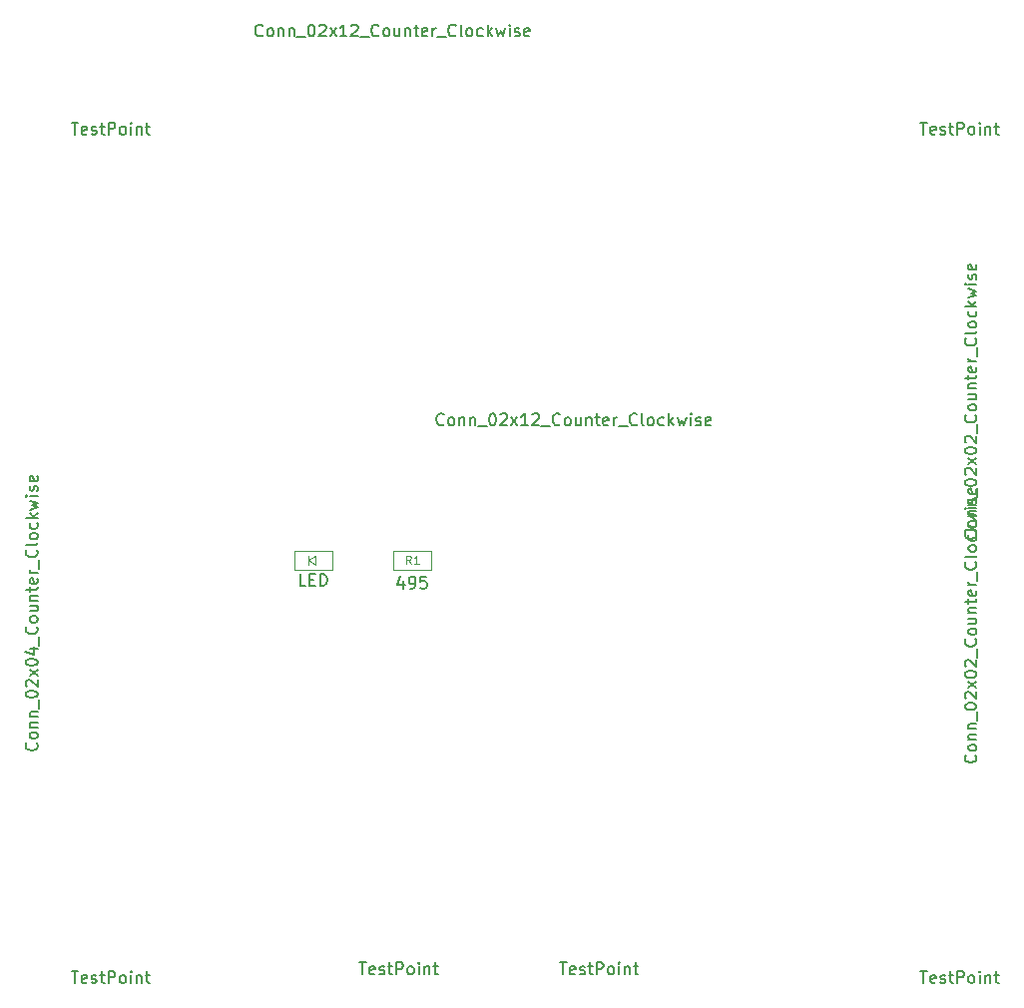
<source format=gbr>
G04 #@! TF.GenerationSoftware,KiCad,Pcbnew,(5.0.1)-3*
G04 #@! TF.CreationDate,2020-07-01T10:05:06+02:00*
G04 #@! TF.ProjectId,alim winterfell,616C696D2077696E74657266656C6C2E,rev?*
G04 #@! TF.SameCoordinates,PX632eb2cPY5b8d544*
G04 #@! TF.FileFunction,Other,Fab,Top*
%FSLAX46Y46*%
G04 Gerber Fmt 4.6, Leading zero omitted, Abs format (unit mm)*
G04 Created by KiCad (PCBNEW (5.0.1)-3) date 01/07/2020 10:05:06*
%MOMM*%
%LPD*%
G01*
G04 APERTURE LIST*
%ADD10C,0.100000*%
%ADD11C,0.150000*%
%ADD12C,0.105000*%
G04 APERTURE END LIST*
D10*
G04 #@! TO.C,D1*
X18605700Y31364020D02*
X18605700Y32964020D01*
X18605700Y32964020D02*
X21805700Y32964020D01*
X21805700Y32964020D02*
X21805700Y31364020D01*
X21805700Y31364020D02*
X18605700Y31364020D01*
X20405700Y32564020D02*
X20405700Y31764020D01*
X20405700Y31764020D02*
X19805700Y32164020D01*
X19805700Y32164020D02*
X20405700Y32564020D01*
X19755700Y32564020D02*
X19755700Y31764020D01*
G04 #@! TO.C,R1*
X26997860Y32981800D02*
X30197860Y32981800D01*
X30197860Y32981800D02*
X30197860Y31381800D01*
X30197860Y31381800D02*
X26997860Y31381800D01*
X26997860Y31381800D02*
X26997860Y32981800D01*
G04 #@! TD*
G04 #@! TO.C,D1*
D11*
X19562842Y30011640D02*
X19086652Y30011640D01*
X19086652Y31011640D01*
X19896176Y30535449D02*
X20229509Y30535449D01*
X20372366Y30011640D02*
X19896176Y30011640D01*
X19896176Y31011640D01*
X20372366Y31011640D01*
X20800938Y30011640D02*
X20800938Y31011640D01*
X21039033Y31011640D01*
X21181890Y30964020D01*
X21277128Y30868782D01*
X21324747Y30773544D01*
X21372366Y30583068D01*
X21372366Y30440211D01*
X21324747Y30249735D01*
X21277128Y30154497D01*
X21181890Y30059259D01*
X21039033Y30011640D01*
X20800938Y30011640D01*
G04 #@! TO.C,R1*
X27835955Y30446086D02*
X27835955Y29779420D01*
X27597860Y30827039D02*
X27359764Y30112753D01*
X27978812Y30112753D01*
X28407383Y29779420D02*
X28597860Y29779420D01*
X28693098Y29827039D01*
X28740717Y29874658D01*
X28835955Y30017515D01*
X28883574Y30207991D01*
X28883574Y30588943D01*
X28835955Y30684181D01*
X28788336Y30731800D01*
X28693098Y30779420D01*
X28502621Y30779420D01*
X28407383Y30731800D01*
X28359764Y30684181D01*
X28312145Y30588943D01*
X28312145Y30350848D01*
X28359764Y30255610D01*
X28407383Y30207991D01*
X28502621Y30160372D01*
X28693098Y30160372D01*
X28788336Y30207991D01*
X28835955Y30255610D01*
X28883574Y30350848D01*
X29788336Y30779420D02*
X29312145Y30779420D01*
X29264526Y30303229D01*
X29312145Y30350848D01*
X29407383Y30398467D01*
X29645479Y30398467D01*
X29740717Y30350848D01*
X29788336Y30303229D01*
X29835955Y30207991D01*
X29835955Y29969896D01*
X29788336Y29874658D01*
X29740717Y29827039D01*
X29645479Y29779420D01*
X29407383Y29779420D01*
X29312145Y29827039D01*
X29264526Y29874658D01*
D12*
X28481193Y31865134D02*
X28247860Y32198467D01*
X28081193Y31865134D02*
X28081193Y32565134D01*
X28347860Y32565134D01*
X28414526Y32531800D01*
X28447860Y32498467D01*
X28481193Y32431800D01*
X28481193Y32331800D01*
X28447860Y32265134D01*
X28414526Y32231800D01*
X28347860Y32198467D01*
X28081193Y32198467D01*
X29147860Y31865134D02*
X28747860Y31865134D01*
X28947860Y31865134D02*
X28947860Y32565134D01*
X28881193Y32465134D01*
X28814526Y32398467D01*
X28747860Y32365134D01*
G04 #@! TO.C,TP1*
D11*
X-318654Y-2699200D02*
X252775Y-2699200D01*
X-32940Y-3699200D02*
X-32940Y-2699200D01*
X967060Y-3651581D02*
X871822Y-3699200D01*
X681346Y-3699200D01*
X586108Y-3651581D01*
X538489Y-3556343D01*
X538489Y-3175391D01*
X586108Y-3080153D01*
X681346Y-3032534D01*
X871822Y-3032534D01*
X967060Y-3080153D01*
X1014680Y-3175391D01*
X1014680Y-3270629D01*
X538489Y-3365867D01*
X1395632Y-3651581D02*
X1490870Y-3699200D01*
X1681346Y-3699200D01*
X1776584Y-3651581D01*
X1824203Y-3556343D01*
X1824203Y-3508724D01*
X1776584Y-3413486D01*
X1681346Y-3365867D01*
X1538489Y-3365867D01*
X1443251Y-3318248D01*
X1395632Y-3223010D01*
X1395632Y-3175391D01*
X1443251Y-3080153D01*
X1538489Y-3032534D01*
X1681346Y-3032534D01*
X1776584Y-3080153D01*
X2109918Y-3032534D02*
X2490870Y-3032534D01*
X2252775Y-2699200D02*
X2252775Y-3556343D01*
X2300394Y-3651581D01*
X2395632Y-3699200D01*
X2490870Y-3699200D01*
X2824203Y-3699200D02*
X2824203Y-2699200D01*
X3205156Y-2699200D01*
X3300394Y-2746820D01*
X3348013Y-2794439D01*
X3395632Y-2889677D01*
X3395632Y-3032534D01*
X3348013Y-3127772D01*
X3300394Y-3175391D01*
X3205156Y-3223010D01*
X2824203Y-3223010D01*
X3967060Y-3699200D02*
X3871822Y-3651581D01*
X3824203Y-3603962D01*
X3776584Y-3508724D01*
X3776584Y-3223010D01*
X3824203Y-3127772D01*
X3871822Y-3080153D01*
X3967060Y-3032534D01*
X4109918Y-3032534D01*
X4205156Y-3080153D01*
X4252775Y-3127772D01*
X4300394Y-3223010D01*
X4300394Y-3508724D01*
X4252775Y-3603962D01*
X4205156Y-3651581D01*
X4109918Y-3699200D01*
X3967060Y-3699200D01*
X4728965Y-3699200D02*
X4728965Y-3032534D01*
X4728965Y-2699200D02*
X4681346Y-2746820D01*
X4728965Y-2794439D01*
X4776584Y-2746820D01*
X4728965Y-2699200D01*
X4728965Y-2794439D01*
X5205156Y-3032534D02*
X5205156Y-3699200D01*
X5205156Y-3127772D02*
X5252775Y-3080153D01*
X5348013Y-3032534D01*
X5490870Y-3032534D01*
X5586108Y-3080153D01*
X5633727Y-3175391D01*
X5633727Y-3699200D01*
X5967060Y-3032534D02*
X6348013Y-3032534D01*
X6109918Y-2699200D02*
X6109918Y-3556343D01*
X6157537Y-3651581D01*
X6252775Y-3699200D01*
X6348013Y-3699200D01*
G04 #@! TO.C,TP2*
X71681346Y-2699200D02*
X72252775Y-2699200D01*
X71967060Y-3699200D02*
X71967060Y-2699200D01*
X72967060Y-3651581D02*
X72871822Y-3699200D01*
X72681346Y-3699200D01*
X72586108Y-3651581D01*
X72538489Y-3556343D01*
X72538489Y-3175391D01*
X72586108Y-3080153D01*
X72681346Y-3032534D01*
X72871822Y-3032534D01*
X72967060Y-3080153D01*
X73014680Y-3175391D01*
X73014680Y-3270629D01*
X72538489Y-3365867D01*
X73395632Y-3651581D02*
X73490870Y-3699200D01*
X73681346Y-3699200D01*
X73776584Y-3651581D01*
X73824203Y-3556343D01*
X73824203Y-3508724D01*
X73776584Y-3413486D01*
X73681346Y-3365867D01*
X73538489Y-3365867D01*
X73443251Y-3318248D01*
X73395632Y-3223010D01*
X73395632Y-3175391D01*
X73443251Y-3080153D01*
X73538489Y-3032534D01*
X73681346Y-3032534D01*
X73776584Y-3080153D01*
X74109918Y-3032534D02*
X74490870Y-3032534D01*
X74252775Y-2699200D02*
X74252775Y-3556343D01*
X74300394Y-3651581D01*
X74395632Y-3699200D01*
X74490870Y-3699200D01*
X74824203Y-3699200D02*
X74824203Y-2699200D01*
X75205156Y-2699200D01*
X75300394Y-2746820D01*
X75348013Y-2794439D01*
X75395632Y-2889677D01*
X75395632Y-3032534D01*
X75348013Y-3127772D01*
X75300394Y-3175391D01*
X75205156Y-3223010D01*
X74824203Y-3223010D01*
X75967060Y-3699200D02*
X75871822Y-3651581D01*
X75824203Y-3603962D01*
X75776584Y-3508724D01*
X75776584Y-3223010D01*
X75824203Y-3127772D01*
X75871822Y-3080153D01*
X75967060Y-3032534D01*
X76109918Y-3032534D01*
X76205156Y-3080153D01*
X76252775Y-3127772D01*
X76300394Y-3223010D01*
X76300394Y-3508724D01*
X76252775Y-3603962D01*
X76205156Y-3651581D01*
X76109918Y-3699200D01*
X75967060Y-3699200D01*
X76728965Y-3699200D02*
X76728965Y-3032534D01*
X76728965Y-2699200D02*
X76681346Y-2746820D01*
X76728965Y-2794439D01*
X76776584Y-2746820D01*
X76728965Y-2699200D01*
X76728965Y-2794439D01*
X77205156Y-3032534D02*
X77205156Y-3699200D01*
X77205156Y-3127772D02*
X77252775Y-3080153D01*
X77348013Y-3032534D01*
X77490870Y-3032534D01*
X77586108Y-3080153D01*
X77633727Y-3175391D01*
X77633727Y-3699200D01*
X77967060Y-3032534D02*
X78348013Y-3032534D01*
X78109918Y-2699200D02*
X78109918Y-3556343D01*
X78157537Y-3651581D01*
X78252775Y-3699200D01*
X78348013Y-3699200D01*
G04 #@! TO.C,TP3*
X71681346Y69300800D02*
X72252775Y69300800D01*
X71967060Y68300800D02*
X71967060Y69300800D01*
X72967060Y68348419D02*
X72871822Y68300800D01*
X72681346Y68300800D01*
X72586108Y68348419D01*
X72538489Y68443657D01*
X72538489Y68824609D01*
X72586108Y68919847D01*
X72681346Y68967466D01*
X72871822Y68967466D01*
X72967060Y68919847D01*
X73014680Y68824609D01*
X73014680Y68729371D01*
X72538489Y68634133D01*
X73395632Y68348419D02*
X73490870Y68300800D01*
X73681346Y68300800D01*
X73776584Y68348419D01*
X73824203Y68443657D01*
X73824203Y68491276D01*
X73776584Y68586514D01*
X73681346Y68634133D01*
X73538489Y68634133D01*
X73443251Y68681752D01*
X73395632Y68776990D01*
X73395632Y68824609D01*
X73443251Y68919847D01*
X73538489Y68967466D01*
X73681346Y68967466D01*
X73776584Y68919847D01*
X74109918Y68967466D02*
X74490870Y68967466D01*
X74252775Y69300800D02*
X74252775Y68443657D01*
X74300394Y68348419D01*
X74395632Y68300800D01*
X74490870Y68300800D01*
X74824203Y68300800D02*
X74824203Y69300800D01*
X75205156Y69300800D01*
X75300394Y69253180D01*
X75348013Y69205561D01*
X75395632Y69110323D01*
X75395632Y68967466D01*
X75348013Y68872228D01*
X75300394Y68824609D01*
X75205156Y68776990D01*
X74824203Y68776990D01*
X75967060Y68300800D02*
X75871822Y68348419D01*
X75824203Y68396038D01*
X75776584Y68491276D01*
X75776584Y68776990D01*
X75824203Y68872228D01*
X75871822Y68919847D01*
X75967060Y68967466D01*
X76109918Y68967466D01*
X76205156Y68919847D01*
X76252775Y68872228D01*
X76300394Y68776990D01*
X76300394Y68491276D01*
X76252775Y68396038D01*
X76205156Y68348419D01*
X76109918Y68300800D01*
X75967060Y68300800D01*
X76728965Y68300800D02*
X76728965Y68967466D01*
X76728965Y69300800D02*
X76681346Y69253180D01*
X76728965Y69205561D01*
X76776584Y69253180D01*
X76728965Y69300800D01*
X76728965Y69205561D01*
X77205156Y68967466D02*
X77205156Y68300800D01*
X77205156Y68872228D02*
X77252775Y68919847D01*
X77348013Y68967466D01*
X77490870Y68967466D01*
X77586108Y68919847D01*
X77633727Y68824609D01*
X77633727Y68300800D01*
X77967060Y68967466D02*
X78348013Y68967466D01*
X78109918Y69300800D02*
X78109918Y68443657D01*
X78157537Y68348419D01*
X78252775Y68300800D01*
X78348013Y68300800D01*
G04 #@! TO.C,TP4*
X-318654Y69300800D02*
X252775Y69300800D01*
X-32940Y68300800D02*
X-32940Y69300800D01*
X967060Y68348419D02*
X871822Y68300800D01*
X681346Y68300800D01*
X586108Y68348419D01*
X538489Y68443657D01*
X538489Y68824609D01*
X586108Y68919847D01*
X681346Y68967466D01*
X871822Y68967466D01*
X967060Y68919847D01*
X1014680Y68824609D01*
X1014680Y68729371D01*
X538489Y68634133D01*
X1395632Y68348419D02*
X1490870Y68300800D01*
X1681346Y68300800D01*
X1776584Y68348419D01*
X1824203Y68443657D01*
X1824203Y68491276D01*
X1776584Y68586514D01*
X1681346Y68634133D01*
X1538489Y68634133D01*
X1443251Y68681752D01*
X1395632Y68776990D01*
X1395632Y68824609D01*
X1443251Y68919847D01*
X1538489Y68967466D01*
X1681346Y68967466D01*
X1776584Y68919847D01*
X2109918Y68967466D02*
X2490870Y68967466D01*
X2252775Y69300800D02*
X2252775Y68443657D01*
X2300394Y68348419D01*
X2395632Y68300800D01*
X2490870Y68300800D01*
X2824203Y68300800D02*
X2824203Y69300800D01*
X3205156Y69300800D01*
X3300394Y69253180D01*
X3348013Y69205561D01*
X3395632Y69110323D01*
X3395632Y68967466D01*
X3348013Y68872228D01*
X3300394Y68824609D01*
X3205156Y68776990D01*
X2824203Y68776990D01*
X3967060Y68300800D02*
X3871822Y68348419D01*
X3824203Y68396038D01*
X3776584Y68491276D01*
X3776584Y68776990D01*
X3824203Y68872228D01*
X3871822Y68919847D01*
X3967060Y68967466D01*
X4109918Y68967466D01*
X4205156Y68919847D01*
X4252775Y68872228D01*
X4300394Y68776990D01*
X4300394Y68491276D01*
X4252775Y68396038D01*
X4205156Y68348419D01*
X4109918Y68300800D01*
X3967060Y68300800D01*
X4728965Y68300800D02*
X4728965Y68967466D01*
X4728965Y69300800D02*
X4681346Y69253180D01*
X4728965Y69205561D01*
X4776584Y69253180D01*
X4728965Y69300800D01*
X4728965Y69205561D01*
X5205156Y68967466D02*
X5205156Y68300800D01*
X5205156Y68872228D02*
X5252775Y68919847D01*
X5348013Y68967466D01*
X5490870Y68967466D01*
X5586108Y68919847D01*
X5633727Y68824609D01*
X5633727Y68300800D01*
X5967060Y68967466D02*
X6348013Y68967466D01*
X6109918Y69300800D02*
X6109918Y68443657D01*
X6157537Y68348419D01*
X6252775Y68300800D01*
X6348013Y68300800D01*
G04 #@! TO.C,TP5*
X24102866Y-1949880D02*
X24674295Y-1949880D01*
X24388580Y-2949880D02*
X24388580Y-1949880D01*
X25388580Y-2902261D02*
X25293342Y-2949880D01*
X25102866Y-2949880D01*
X25007628Y-2902261D01*
X24960009Y-2807023D01*
X24960009Y-2426071D01*
X25007628Y-2330833D01*
X25102866Y-2283214D01*
X25293342Y-2283214D01*
X25388580Y-2330833D01*
X25436200Y-2426071D01*
X25436200Y-2521309D01*
X24960009Y-2616547D01*
X25817152Y-2902261D02*
X25912390Y-2949880D01*
X26102866Y-2949880D01*
X26198104Y-2902261D01*
X26245723Y-2807023D01*
X26245723Y-2759404D01*
X26198104Y-2664166D01*
X26102866Y-2616547D01*
X25960009Y-2616547D01*
X25864771Y-2568928D01*
X25817152Y-2473690D01*
X25817152Y-2426071D01*
X25864771Y-2330833D01*
X25960009Y-2283214D01*
X26102866Y-2283214D01*
X26198104Y-2330833D01*
X26531438Y-2283214D02*
X26912390Y-2283214D01*
X26674295Y-1949880D02*
X26674295Y-2807023D01*
X26721914Y-2902261D01*
X26817152Y-2949880D01*
X26912390Y-2949880D01*
X27245723Y-2949880D02*
X27245723Y-1949880D01*
X27626676Y-1949880D01*
X27721914Y-1997500D01*
X27769533Y-2045119D01*
X27817152Y-2140357D01*
X27817152Y-2283214D01*
X27769533Y-2378452D01*
X27721914Y-2426071D01*
X27626676Y-2473690D01*
X27245723Y-2473690D01*
X28388580Y-2949880D02*
X28293342Y-2902261D01*
X28245723Y-2854642D01*
X28198104Y-2759404D01*
X28198104Y-2473690D01*
X28245723Y-2378452D01*
X28293342Y-2330833D01*
X28388580Y-2283214D01*
X28531438Y-2283214D01*
X28626676Y-2330833D01*
X28674295Y-2378452D01*
X28721914Y-2473690D01*
X28721914Y-2759404D01*
X28674295Y-2854642D01*
X28626676Y-2902261D01*
X28531438Y-2949880D01*
X28388580Y-2949880D01*
X29150485Y-2949880D02*
X29150485Y-2283214D01*
X29150485Y-1949880D02*
X29102866Y-1997500D01*
X29150485Y-2045119D01*
X29198104Y-1997500D01*
X29150485Y-1949880D01*
X29150485Y-2045119D01*
X29626676Y-2283214D02*
X29626676Y-2949880D01*
X29626676Y-2378452D02*
X29674295Y-2330833D01*
X29769533Y-2283214D01*
X29912390Y-2283214D01*
X30007628Y-2330833D01*
X30055247Y-2426071D01*
X30055247Y-2949880D01*
X30388580Y-2283214D02*
X30769533Y-2283214D01*
X30531438Y-1949880D02*
X30531438Y-2807023D01*
X30579057Y-2902261D01*
X30674295Y-2949880D01*
X30769533Y-2949880D01*
G04 #@! TO.C,TP6*
X41102866Y-1949880D02*
X41674295Y-1949880D01*
X41388580Y-2949880D02*
X41388580Y-1949880D01*
X42388580Y-2902261D02*
X42293342Y-2949880D01*
X42102866Y-2949880D01*
X42007628Y-2902261D01*
X41960009Y-2807023D01*
X41960009Y-2426071D01*
X42007628Y-2330833D01*
X42102866Y-2283214D01*
X42293342Y-2283214D01*
X42388580Y-2330833D01*
X42436200Y-2426071D01*
X42436200Y-2521309D01*
X41960009Y-2616547D01*
X42817152Y-2902261D02*
X42912390Y-2949880D01*
X43102866Y-2949880D01*
X43198104Y-2902261D01*
X43245723Y-2807023D01*
X43245723Y-2759404D01*
X43198104Y-2664166D01*
X43102866Y-2616547D01*
X42960009Y-2616547D01*
X42864771Y-2568928D01*
X42817152Y-2473690D01*
X42817152Y-2426071D01*
X42864771Y-2330833D01*
X42960009Y-2283214D01*
X43102866Y-2283214D01*
X43198104Y-2330833D01*
X43531438Y-2283214D02*
X43912390Y-2283214D01*
X43674295Y-1949880D02*
X43674295Y-2807023D01*
X43721914Y-2902261D01*
X43817152Y-2949880D01*
X43912390Y-2949880D01*
X44245723Y-2949880D02*
X44245723Y-1949880D01*
X44626676Y-1949880D01*
X44721914Y-1997500D01*
X44769533Y-2045119D01*
X44817152Y-2140357D01*
X44817152Y-2283214D01*
X44769533Y-2378452D01*
X44721914Y-2426071D01*
X44626676Y-2473690D01*
X44245723Y-2473690D01*
X45388580Y-2949880D02*
X45293342Y-2902261D01*
X45245723Y-2854642D01*
X45198104Y-2759404D01*
X45198104Y-2473690D01*
X45245723Y-2378452D01*
X45293342Y-2330833D01*
X45388580Y-2283214D01*
X45531438Y-2283214D01*
X45626676Y-2330833D01*
X45674295Y-2378452D01*
X45721914Y-2473690D01*
X45721914Y-2759404D01*
X45674295Y-2854642D01*
X45626676Y-2902261D01*
X45531438Y-2949880D01*
X45388580Y-2949880D01*
X46150485Y-2949880D02*
X46150485Y-2283214D01*
X46150485Y-1949880D02*
X46102866Y-1997500D01*
X46150485Y-2045119D01*
X46198104Y-1997500D01*
X46150485Y-1949880D01*
X46150485Y-2045119D01*
X46626676Y-2283214D02*
X46626676Y-2949880D01*
X46626676Y-2378452D02*
X46674295Y-2330833D01*
X46769533Y-2283214D01*
X46912390Y-2283214D01*
X47007628Y-2330833D01*
X47055247Y-2426071D01*
X47055247Y-2949880D01*
X47388580Y-2283214D02*
X47769533Y-2283214D01*
X47531438Y-1949880D02*
X47531438Y-2807023D01*
X47579057Y-2902261D01*
X47674295Y-2949880D01*
X47769533Y-2949880D01*
G04 #@! TO.C,J4*
X31269170Y43717598D02*
X31221551Y43669979D01*
X31078694Y43622360D01*
X30983456Y43622360D01*
X30840599Y43669979D01*
X30745360Y43765217D01*
X30697741Y43860455D01*
X30650122Y44050931D01*
X30650122Y44193788D01*
X30697741Y44384264D01*
X30745360Y44479502D01*
X30840599Y44574740D01*
X30983456Y44622360D01*
X31078694Y44622360D01*
X31221551Y44574740D01*
X31269170Y44527121D01*
X31840599Y43622360D02*
X31745360Y43669979D01*
X31697741Y43717598D01*
X31650122Y43812836D01*
X31650122Y44098550D01*
X31697741Y44193788D01*
X31745360Y44241407D01*
X31840599Y44289026D01*
X31983456Y44289026D01*
X32078694Y44241407D01*
X32126313Y44193788D01*
X32173932Y44098550D01*
X32173932Y43812836D01*
X32126313Y43717598D01*
X32078694Y43669979D01*
X31983456Y43622360D01*
X31840599Y43622360D01*
X32602503Y44289026D02*
X32602503Y43622360D01*
X32602503Y44193788D02*
X32650122Y44241407D01*
X32745360Y44289026D01*
X32888218Y44289026D01*
X32983456Y44241407D01*
X33031075Y44146169D01*
X33031075Y43622360D01*
X33507265Y44289026D02*
X33507265Y43622360D01*
X33507265Y44193788D02*
X33554884Y44241407D01*
X33650122Y44289026D01*
X33792980Y44289026D01*
X33888218Y44241407D01*
X33935837Y44146169D01*
X33935837Y43622360D01*
X34173932Y43527121D02*
X34935837Y43527121D01*
X35364408Y44622360D02*
X35459646Y44622360D01*
X35554884Y44574740D01*
X35602503Y44527121D01*
X35650122Y44431883D01*
X35697741Y44241407D01*
X35697741Y44003312D01*
X35650122Y43812836D01*
X35602503Y43717598D01*
X35554884Y43669979D01*
X35459646Y43622360D01*
X35364408Y43622360D01*
X35269170Y43669979D01*
X35221551Y43717598D01*
X35173932Y43812836D01*
X35126313Y44003312D01*
X35126313Y44241407D01*
X35173932Y44431883D01*
X35221551Y44527121D01*
X35269170Y44574740D01*
X35364408Y44622360D01*
X36078694Y44527121D02*
X36126313Y44574740D01*
X36221551Y44622360D01*
X36459646Y44622360D01*
X36554884Y44574740D01*
X36602503Y44527121D01*
X36650122Y44431883D01*
X36650122Y44336645D01*
X36602503Y44193788D01*
X36031075Y43622360D01*
X36650122Y43622360D01*
X36983456Y43622360D02*
X37507265Y44289026D01*
X36983456Y44289026D02*
X37507265Y43622360D01*
X38412027Y43622360D02*
X37840599Y43622360D01*
X38126313Y43622360D02*
X38126313Y44622360D01*
X38031075Y44479502D01*
X37935837Y44384264D01*
X37840599Y44336645D01*
X38792980Y44527121D02*
X38840599Y44574740D01*
X38935837Y44622360D01*
X39173932Y44622360D01*
X39269170Y44574740D01*
X39316789Y44527121D01*
X39364408Y44431883D01*
X39364408Y44336645D01*
X39316789Y44193788D01*
X38745360Y43622360D01*
X39364408Y43622360D01*
X39554884Y43527121D02*
X40316789Y43527121D01*
X41126313Y43717598D02*
X41078694Y43669979D01*
X40935837Y43622360D01*
X40840599Y43622360D01*
X40697741Y43669979D01*
X40602503Y43765217D01*
X40554884Y43860455D01*
X40507265Y44050931D01*
X40507265Y44193788D01*
X40554884Y44384264D01*
X40602503Y44479502D01*
X40697741Y44574740D01*
X40840599Y44622360D01*
X40935837Y44622360D01*
X41078694Y44574740D01*
X41126313Y44527121D01*
X41697741Y43622360D02*
X41602503Y43669979D01*
X41554884Y43717598D01*
X41507265Y43812836D01*
X41507265Y44098550D01*
X41554884Y44193788D01*
X41602503Y44241407D01*
X41697741Y44289026D01*
X41840599Y44289026D01*
X41935837Y44241407D01*
X41983456Y44193788D01*
X42031075Y44098550D01*
X42031075Y43812836D01*
X41983456Y43717598D01*
X41935837Y43669979D01*
X41840599Y43622360D01*
X41697741Y43622360D01*
X42888218Y44289026D02*
X42888218Y43622360D01*
X42459646Y44289026D02*
X42459646Y43765217D01*
X42507265Y43669979D01*
X42602503Y43622360D01*
X42745360Y43622360D01*
X42840599Y43669979D01*
X42888218Y43717598D01*
X43364408Y44289026D02*
X43364408Y43622360D01*
X43364408Y44193788D02*
X43412027Y44241407D01*
X43507265Y44289026D01*
X43650122Y44289026D01*
X43745360Y44241407D01*
X43792980Y44146169D01*
X43792980Y43622360D01*
X44126313Y44289026D02*
X44507265Y44289026D01*
X44269170Y44622360D02*
X44269170Y43765217D01*
X44316789Y43669979D01*
X44412027Y43622360D01*
X44507265Y43622360D01*
X45221551Y43669979D02*
X45126313Y43622360D01*
X44935837Y43622360D01*
X44840599Y43669979D01*
X44792980Y43765217D01*
X44792980Y44146169D01*
X44840599Y44241407D01*
X44935837Y44289026D01*
X45126313Y44289026D01*
X45221551Y44241407D01*
X45269170Y44146169D01*
X45269170Y44050931D01*
X44792980Y43955693D01*
X45697741Y43622360D02*
X45697741Y44289026D01*
X45697741Y44098550D02*
X45745360Y44193788D01*
X45792980Y44241407D01*
X45888218Y44289026D01*
X45983456Y44289026D01*
X46078694Y43527121D02*
X46840599Y43527121D01*
X47650122Y43717598D02*
X47602503Y43669979D01*
X47459646Y43622360D01*
X47364408Y43622360D01*
X47221551Y43669979D01*
X47126313Y43765217D01*
X47078694Y43860455D01*
X47031075Y44050931D01*
X47031075Y44193788D01*
X47078694Y44384264D01*
X47126313Y44479502D01*
X47221551Y44574740D01*
X47364408Y44622360D01*
X47459646Y44622360D01*
X47602503Y44574740D01*
X47650122Y44527121D01*
X48221551Y43622360D02*
X48126313Y43669979D01*
X48078694Y43765217D01*
X48078694Y44622360D01*
X48745360Y43622360D02*
X48650122Y43669979D01*
X48602503Y43717598D01*
X48554884Y43812836D01*
X48554884Y44098550D01*
X48602503Y44193788D01*
X48650122Y44241407D01*
X48745360Y44289026D01*
X48888218Y44289026D01*
X48983456Y44241407D01*
X49031075Y44193788D01*
X49078694Y44098550D01*
X49078694Y43812836D01*
X49031075Y43717598D01*
X48983456Y43669979D01*
X48888218Y43622360D01*
X48745360Y43622360D01*
X49935837Y43669979D02*
X49840599Y43622360D01*
X49650122Y43622360D01*
X49554884Y43669979D01*
X49507265Y43717598D01*
X49459646Y43812836D01*
X49459646Y44098550D01*
X49507265Y44193788D01*
X49554884Y44241407D01*
X49650122Y44289026D01*
X49840599Y44289026D01*
X49935837Y44241407D01*
X50364408Y43622360D02*
X50364408Y44622360D01*
X50459646Y44003312D02*
X50745360Y43622360D01*
X50745360Y44289026D02*
X50364408Y43908074D01*
X51078694Y44289026D02*
X51269170Y43622360D01*
X51459646Y44098550D01*
X51650122Y43622360D01*
X51840599Y44289026D01*
X52221551Y43622360D02*
X52221551Y44289026D01*
X52221551Y44622360D02*
X52173932Y44574740D01*
X52221551Y44527121D01*
X52269170Y44574740D01*
X52221551Y44622360D01*
X52221551Y44527121D01*
X52650122Y43669979D02*
X52745360Y43622360D01*
X52935837Y43622360D01*
X53031075Y43669979D01*
X53078694Y43765217D01*
X53078694Y43812836D01*
X53031075Y43908074D01*
X52935837Y43955693D01*
X52792980Y43955693D01*
X52697741Y44003312D01*
X52650122Y44098550D01*
X52650122Y44146169D01*
X52697741Y44241407D01*
X52792980Y44289026D01*
X52935837Y44289026D01*
X53031075Y44241407D01*
X53888218Y43669979D02*
X53792980Y43622360D01*
X53602503Y43622360D01*
X53507265Y43669979D01*
X53459646Y43765217D01*
X53459646Y44146169D01*
X53507265Y44241407D01*
X53602503Y44289026D01*
X53792980Y44289026D01*
X53888218Y44241407D01*
X53935837Y44146169D01*
X53935837Y44050931D01*
X53459646Y43955693D01*
G04 #@! TO.C,J5*
X15898610Y76721658D02*
X15850991Y76674039D01*
X15708134Y76626420D01*
X15612896Y76626420D01*
X15470039Y76674039D01*
X15374800Y76769277D01*
X15327181Y76864515D01*
X15279562Y77054991D01*
X15279562Y77197848D01*
X15327181Y77388324D01*
X15374800Y77483562D01*
X15470039Y77578800D01*
X15612896Y77626420D01*
X15708134Y77626420D01*
X15850991Y77578800D01*
X15898610Y77531181D01*
X16470039Y76626420D02*
X16374800Y76674039D01*
X16327181Y76721658D01*
X16279562Y76816896D01*
X16279562Y77102610D01*
X16327181Y77197848D01*
X16374800Y77245467D01*
X16470039Y77293086D01*
X16612896Y77293086D01*
X16708134Y77245467D01*
X16755753Y77197848D01*
X16803372Y77102610D01*
X16803372Y76816896D01*
X16755753Y76721658D01*
X16708134Y76674039D01*
X16612896Y76626420D01*
X16470039Y76626420D01*
X17231943Y77293086D02*
X17231943Y76626420D01*
X17231943Y77197848D02*
X17279562Y77245467D01*
X17374800Y77293086D01*
X17517658Y77293086D01*
X17612896Y77245467D01*
X17660515Y77150229D01*
X17660515Y76626420D01*
X18136705Y77293086D02*
X18136705Y76626420D01*
X18136705Y77197848D02*
X18184324Y77245467D01*
X18279562Y77293086D01*
X18422420Y77293086D01*
X18517658Y77245467D01*
X18565277Y77150229D01*
X18565277Y76626420D01*
X18803372Y76531181D02*
X19565277Y76531181D01*
X19993848Y77626420D02*
X20089086Y77626420D01*
X20184324Y77578800D01*
X20231943Y77531181D01*
X20279562Y77435943D01*
X20327181Y77245467D01*
X20327181Y77007372D01*
X20279562Y76816896D01*
X20231943Y76721658D01*
X20184324Y76674039D01*
X20089086Y76626420D01*
X19993848Y76626420D01*
X19898610Y76674039D01*
X19850991Y76721658D01*
X19803372Y76816896D01*
X19755753Y77007372D01*
X19755753Y77245467D01*
X19803372Y77435943D01*
X19850991Y77531181D01*
X19898610Y77578800D01*
X19993848Y77626420D01*
X20708134Y77531181D02*
X20755753Y77578800D01*
X20850991Y77626420D01*
X21089086Y77626420D01*
X21184324Y77578800D01*
X21231943Y77531181D01*
X21279562Y77435943D01*
X21279562Y77340705D01*
X21231943Y77197848D01*
X20660515Y76626420D01*
X21279562Y76626420D01*
X21612896Y76626420D02*
X22136705Y77293086D01*
X21612896Y77293086D02*
X22136705Y76626420D01*
X23041467Y76626420D02*
X22470039Y76626420D01*
X22755753Y76626420D02*
X22755753Y77626420D01*
X22660515Y77483562D01*
X22565277Y77388324D01*
X22470039Y77340705D01*
X23422420Y77531181D02*
X23470039Y77578800D01*
X23565277Y77626420D01*
X23803372Y77626420D01*
X23898610Y77578800D01*
X23946229Y77531181D01*
X23993848Y77435943D01*
X23993848Y77340705D01*
X23946229Y77197848D01*
X23374800Y76626420D01*
X23993848Y76626420D01*
X24184324Y76531181D02*
X24946229Y76531181D01*
X25755753Y76721658D02*
X25708134Y76674039D01*
X25565277Y76626420D01*
X25470039Y76626420D01*
X25327181Y76674039D01*
X25231943Y76769277D01*
X25184324Y76864515D01*
X25136705Y77054991D01*
X25136705Y77197848D01*
X25184324Y77388324D01*
X25231943Y77483562D01*
X25327181Y77578800D01*
X25470039Y77626420D01*
X25565277Y77626420D01*
X25708134Y77578800D01*
X25755753Y77531181D01*
X26327181Y76626420D02*
X26231943Y76674039D01*
X26184324Y76721658D01*
X26136705Y76816896D01*
X26136705Y77102610D01*
X26184324Y77197848D01*
X26231943Y77245467D01*
X26327181Y77293086D01*
X26470039Y77293086D01*
X26565277Y77245467D01*
X26612896Y77197848D01*
X26660515Y77102610D01*
X26660515Y76816896D01*
X26612896Y76721658D01*
X26565277Y76674039D01*
X26470039Y76626420D01*
X26327181Y76626420D01*
X27517658Y77293086D02*
X27517658Y76626420D01*
X27089086Y77293086D02*
X27089086Y76769277D01*
X27136705Y76674039D01*
X27231943Y76626420D01*
X27374800Y76626420D01*
X27470039Y76674039D01*
X27517658Y76721658D01*
X27993848Y77293086D02*
X27993848Y76626420D01*
X27993848Y77197848D02*
X28041467Y77245467D01*
X28136705Y77293086D01*
X28279562Y77293086D01*
X28374800Y77245467D01*
X28422420Y77150229D01*
X28422420Y76626420D01*
X28755753Y77293086D02*
X29136705Y77293086D01*
X28898610Y77626420D02*
X28898610Y76769277D01*
X28946229Y76674039D01*
X29041467Y76626420D01*
X29136705Y76626420D01*
X29850991Y76674039D02*
X29755753Y76626420D01*
X29565277Y76626420D01*
X29470039Y76674039D01*
X29422420Y76769277D01*
X29422420Y77150229D01*
X29470039Y77245467D01*
X29565277Y77293086D01*
X29755753Y77293086D01*
X29850991Y77245467D01*
X29898610Y77150229D01*
X29898610Y77054991D01*
X29422420Y76959753D01*
X30327181Y76626420D02*
X30327181Y77293086D01*
X30327181Y77102610D02*
X30374800Y77197848D01*
X30422420Y77245467D01*
X30517658Y77293086D01*
X30612896Y77293086D01*
X30708134Y76531181D02*
X31470039Y76531181D01*
X32279562Y76721658D02*
X32231943Y76674039D01*
X32089086Y76626420D01*
X31993848Y76626420D01*
X31850991Y76674039D01*
X31755753Y76769277D01*
X31708134Y76864515D01*
X31660515Y77054991D01*
X31660515Y77197848D01*
X31708134Y77388324D01*
X31755753Y77483562D01*
X31850991Y77578800D01*
X31993848Y77626420D01*
X32089086Y77626420D01*
X32231943Y77578800D01*
X32279562Y77531181D01*
X32850991Y76626420D02*
X32755753Y76674039D01*
X32708134Y76769277D01*
X32708134Y77626420D01*
X33374800Y76626420D02*
X33279562Y76674039D01*
X33231943Y76721658D01*
X33184324Y76816896D01*
X33184324Y77102610D01*
X33231943Y77197848D01*
X33279562Y77245467D01*
X33374800Y77293086D01*
X33517658Y77293086D01*
X33612896Y77245467D01*
X33660515Y77197848D01*
X33708134Y77102610D01*
X33708134Y76816896D01*
X33660515Y76721658D01*
X33612896Y76674039D01*
X33517658Y76626420D01*
X33374800Y76626420D01*
X34565277Y76674039D02*
X34470039Y76626420D01*
X34279562Y76626420D01*
X34184324Y76674039D01*
X34136705Y76721658D01*
X34089086Y76816896D01*
X34089086Y77102610D01*
X34136705Y77197848D01*
X34184324Y77245467D01*
X34279562Y77293086D01*
X34470039Y77293086D01*
X34565277Y77245467D01*
X34993848Y76626420D02*
X34993848Y77626420D01*
X35089086Y77007372D02*
X35374800Y76626420D01*
X35374800Y77293086D02*
X34993848Y76912134D01*
X35708134Y77293086D02*
X35898610Y76626420D01*
X36089086Y77102610D01*
X36279562Y76626420D01*
X36470039Y77293086D01*
X36850991Y76626420D02*
X36850991Y77293086D01*
X36850991Y77626420D02*
X36803372Y77578800D01*
X36850991Y77531181D01*
X36898610Y77578800D01*
X36850991Y77626420D01*
X36850991Y77531181D01*
X37279562Y76674039D02*
X37374800Y76626420D01*
X37565277Y76626420D01*
X37660515Y76674039D01*
X37708134Y76769277D01*
X37708134Y76816896D01*
X37660515Y76912134D01*
X37565277Y76959753D01*
X37422420Y76959753D01*
X37327181Y77007372D01*
X37279562Y77102610D01*
X37279562Y77150229D01*
X37327181Y77245467D01*
X37422420Y77293086D01*
X37565277Y77293086D01*
X37660515Y77245467D01*
X38517658Y76674039D02*
X38422420Y76626420D01*
X38231943Y76626420D01*
X38136705Y76674039D01*
X38089086Y76769277D01*
X38089086Y77150229D01*
X38136705Y77245467D01*
X38231943Y77293086D01*
X38422420Y77293086D01*
X38517658Y77245467D01*
X38565277Y77150229D01*
X38565277Y77054991D01*
X38089086Y76959753D01*
G04 #@! TO.C,J1*
X76364822Y15631331D02*
X76412441Y15583712D01*
X76460060Y15440855D01*
X76460060Y15345617D01*
X76412441Y15202760D01*
X76317203Y15107521D01*
X76221965Y15059902D01*
X76031489Y15012283D01*
X75888632Y15012283D01*
X75698156Y15059902D01*
X75602918Y15107521D01*
X75507680Y15202760D01*
X75460060Y15345617D01*
X75460060Y15440855D01*
X75507680Y15583712D01*
X75555299Y15631331D01*
X76460060Y16202760D02*
X76412441Y16107521D01*
X76364822Y16059902D01*
X76269584Y16012283D01*
X75983870Y16012283D01*
X75888632Y16059902D01*
X75841013Y16107521D01*
X75793394Y16202760D01*
X75793394Y16345617D01*
X75841013Y16440855D01*
X75888632Y16488474D01*
X75983870Y16536093D01*
X76269584Y16536093D01*
X76364822Y16488474D01*
X76412441Y16440855D01*
X76460060Y16345617D01*
X76460060Y16202760D01*
X75793394Y16964664D02*
X76460060Y16964664D01*
X75888632Y16964664D02*
X75841013Y17012283D01*
X75793394Y17107521D01*
X75793394Y17250379D01*
X75841013Y17345617D01*
X75936251Y17393236D01*
X76460060Y17393236D01*
X75793394Y17869426D02*
X76460060Y17869426D01*
X75888632Y17869426D02*
X75841013Y17917045D01*
X75793394Y18012283D01*
X75793394Y18155140D01*
X75841013Y18250379D01*
X75936251Y18297998D01*
X76460060Y18297998D01*
X76555299Y18536093D02*
X76555299Y19297998D01*
X75460060Y19726569D02*
X75460060Y19821807D01*
X75507680Y19917045D01*
X75555299Y19964664D01*
X75650537Y20012283D01*
X75841013Y20059902D01*
X76079108Y20059902D01*
X76269584Y20012283D01*
X76364822Y19964664D01*
X76412441Y19917045D01*
X76460060Y19821807D01*
X76460060Y19726569D01*
X76412441Y19631331D01*
X76364822Y19583712D01*
X76269584Y19536093D01*
X76079108Y19488474D01*
X75841013Y19488474D01*
X75650537Y19536093D01*
X75555299Y19583712D01*
X75507680Y19631331D01*
X75460060Y19726569D01*
X75555299Y20440855D02*
X75507680Y20488474D01*
X75460060Y20583712D01*
X75460060Y20821807D01*
X75507680Y20917045D01*
X75555299Y20964664D01*
X75650537Y21012283D01*
X75745775Y21012283D01*
X75888632Y20964664D01*
X76460060Y20393236D01*
X76460060Y21012283D01*
X76460060Y21345617D02*
X75793394Y21869426D01*
X75793394Y21345617D02*
X76460060Y21869426D01*
X75460060Y22440855D02*
X75460060Y22536093D01*
X75507680Y22631331D01*
X75555299Y22678950D01*
X75650537Y22726569D01*
X75841013Y22774188D01*
X76079108Y22774188D01*
X76269584Y22726569D01*
X76364822Y22678950D01*
X76412441Y22631331D01*
X76460060Y22536093D01*
X76460060Y22440855D01*
X76412441Y22345617D01*
X76364822Y22297998D01*
X76269584Y22250379D01*
X76079108Y22202760D01*
X75841013Y22202760D01*
X75650537Y22250379D01*
X75555299Y22297998D01*
X75507680Y22345617D01*
X75460060Y22440855D01*
X75555299Y23155140D02*
X75507680Y23202760D01*
X75460060Y23297998D01*
X75460060Y23536093D01*
X75507680Y23631331D01*
X75555299Y23678950D01*
X75650537Y23726569D01*
X75745775Y23726569D01*
X75888632Y23678950D01*
X76460060Y23107521D01*
X76460060Y23726569D01*
X76555299Y23917045D02*
X76555299Y24678950D01*
X76364822Y25488474D02*
X76412441Y25440855D01*
X76460060Y25297998D01*
X76460060Y25202760D01*
X76412441Y25059902D01*
X76317203Y24964664D01*
X76221965Y24917045D01*
X76031489Y24869426D01*
X75888632Y24869426D01*
X75698156Y24917045D01*
X75602918Y24964664D01*
X75507680Y25059902D01*
X75460060Y25202760D01*
X75460060Y25297998D01*
X75507680Y25440855D01*
X75555299Y25488474D01*
X76460060Y26059902D02*
X76412441Y25964664D01*
X76364822Y25917045D01*
X76269584Y25869426D01*
X75983870Y25869426D01*
X75888632Y25917045D01*
X75841013Y25964664D01*
X75793394Y26059902D01*
X75793394Y26202760D01*
X75841013Y26297998D01*
X75888632Y26345617D01*
X75983870Y26393236D01*
X76269584Y26393236D01*
X76364822Y26345617D01*
X76412441Y26297998D01*
X76460060Y26202760D01*
X76460060Y26059902D01*
X75793394Y27250379D02*
X76460060Y27250379D01*
X75793394Y26821807D02*
X76317203Y26821807D01*
X76412441Y26869426D01*
X76460060Y26964664D01*
X76460060Y27107521D01*
X76412441Y27202760D01*
X76364822Y27250379D01*
X75793394Y27726569D02*
X76460060Y27726569D01*
X75888632Y27726569D02*
X75841013Y27774188D01*
X75793394Y27869426D01*
X75793394Y28012283D01*
X75841013Y28107521D01*
X75936251Y28155140D01*
X76460060Y28155140D01*
X75793394Y28488474D02*
X75793394Y28869426D01*
X75460060Y28631331D02*
X76317203Y28631331D01*
X76412441Y28678950D01*
X76460060Y28774188D01*
X76460060Y28869426D01*
X76412441Y29583712D02*
X76460060Y29488474D01*
X76460060Y29297998D01*
X76412441Y29202760D01*
X76317203Y29155140D01*
X75936251Y29155140D01*
X75841013Y29202760D01*
X75793394Y29297998D01*
X75793394Y29488474D01*
X75841013Y29583712D01*
X75936251Y29631331D01*
X76031489Y29631331D01*
X76126727Y29155140D01*
X76460060Y30059902D02*
X75793394Y30059902D01*
X75983870Y30059902D02*
X75888632Y30107521D01*
X75841013Y30155140D01*
X75793394Y30250379D01*
X75793394Y30345617D01*
X76555299Y30440855D02*
X76555299Y31202760D01*
X76364822Y32012283D02*
X76412441Y31964664D01*
X76460060Y31821807D01*
X76460060Y31726569D01*
X76412441Y31583712D01*
X76317203Y31488474D01*
X76221965Y31440855D01*
X76031489Y31393236D01*
X75888632Y31393236D01*
X75698156Y31440855D01*
X75602918Y31488474D01*
X75507680Y31583712D01*
X75460060Y31726569D01*
X75460060Y31821807D01*
X75507680Y31964664D01*
X75555299Y32012283D01*
X76460060Y32583712D02*
X76412441Y32488474D01*
X76317203Y32440855D01*
X75460060Y32440855D01*
X76460060Y33107521D02*
X76412441Y33012283D01*
X76364822Y32964664D01*
X76269584Y32917045D01*
X75983870Y32917045D01*
X75888632Y32964664D01*
X75841013Y33012283D01*
X75793394Y33107521D01*
X75793394Y33250379D01*
X75841013Y33345617D01*
X75888632Y33393236D01*
X75983870Y33440855D01*
X76269584Y33440855D01*
X76364822Y33393236D01*
X76412441Y33345617D01*
X76460060Y33250379D01*
X76460060Y33107521D01*
X76412441Y34297998D02*
X76460060Y34202760D01*
X76460060Y34012283D01*
X76412441Y33917045D01*
X76364822Y33869426D01*
X76269584Y33821807D01*
X75983870Y33821807D01*
X75888632Y33869426D01*
X75841013Y33917045D01*
X75793394Y34012283D01*
X75793394Y34202760D01*
X75841013Y34297998D01*
X76460060Y34726569D02*
X75460060Y34726569D01*
X76079108Y34821807D02*
X76460060Y35107521D01*
X75793394Y35107521D02*
X76174346Y34726569D01*
X75793394Y35440855D02*
X76460060Y35631331D01*
X75983870Y35821807D01*
X76460060Y36012283D01*
X75793394Y36202760D01*
X76460060Y36583712D02*
X75793394Y36583712D01*
X75460060Y36583712D02*
X75507680Y36536093D01*
X75555299Y36583712D01*
X75507680Y36631331D01*
X75460060Y36583712D01*
X75555299Y36583712D01*
X76412441Y37012283D02*
X76460060Y37107521D01*
X76460060Y37297998D01*
X76412441Y37393236D01*
X76317203Y37440855D01*
X76269584Y37440855D01*
X76174346Y37393236D01*
X76126727Y37297998D01*
X76126727Y37155140D01*
X76079108Y37059902D01*
X75983870Y37012283D01*
X75936251Y37012283D01*
X75841013Y37059902D01*
X75793394Y37155140D01*
X75793394Y37297998D01*
X75841013Y37393236D01*
X76412441Y38250379D02*
X76460060Y38155140D01*
X76460060Y37964664D01*
X76412441Y37869426D01*
X76317203Y37821807D01*
X75936251Y37821807D01*
X75841013Y37869426D01*
X75793394Y37964664D01*
X75793394Y38155140D01*
X75841013Y38250379D01*
X75936251Y38297998D01*
X76031489Y38297998D01*
X76126727Y37821807D01*
G04 #@! TO.C,J2*
X76364822Y34631331D02*
X76412441Y34583712D01*
X76460060Y34440855D01*
X76460060Y34345617D01*
X76412441Y34202760D01*
X76317203Y34107521D01*
X76221965Y34059902D01*
X76031489Y34012283D01*
X75888632Y34012283D01*
X75698156Y34059902D01*
X75602918Y34107521D01*
X75507680Y34202760D01*
X75460060Y34345617D01*
X75460060Y34440855D01*
X75507680Y34583712D01*
X75555299Y34631331D01*
X76460060Y35202760D02*
X76412441Y35107521D01*
X76364822Y35059902D01*
X76269584Y35012283D01*
X75983870Y35012283D01*
X75888632Y35059902D01*
X75841013Y35107521D01*
X75793394Y35202760D01*
X75793394Y35345617D01*
X75841013Y35440855D01*
X75888632Y35488474D01*
X75983870Y35536093D01*
X76269584Y35536093D01*
X76364822Y35488474D01*
X76412441Y35440855D01*
X76460060Y35345617D01*
X76460060Y35202760D01*
X75793394Y35964664D02*
X76460060Y35964664D01*
X75888632Y35964664D02*
X75841013Y36012283D01*
X75793394Y36107521D01*
X75793394Y36250379D01*
X75841013Y36345617D01*
X75936251Y36393236D01*
X76460060Y36393236D01*
X75793394Y36869426D02*
X76460060Y36869426D01*
X75888632Y36869426D02*
X75841013Y36917045D01*
X75793394Y37012283D01*
X75793394Y37155140D01*
X75841013Y37250379D01*
X75936251Y37297998D01*
X76460060Y37297998D01*
X76555299Y37536093D02*
X76555299Y38297998D01*
X75460060Y38726569D02*
X75460060Y38821807D01*
X75507680Y38917045D01*
X75555299Y38964664D01*
X75650537Y39012283D01*
X75841013Y39059902D01*
X76079108Y39059902D01*
X76269584Y39012283D01*
X76364822Y38964664D01*
X76412441Y38917045D01*
X76460060Y38821807D01*
X76460060Y38726569D01*
X76412441Y38631331D01*
X76364822Y38583712D01*
X76269584Y38536093D01*
X76079108Y38488474D01*
X75841013Y38488474D01*
X75650537Y38536093D01*
X75555299Y38583712D01*
X75507680Y38631331D01*
X75460060Y38726569D01*
X75555299Y39440855D02*
X75507680Y39488474D01*
X75460060Y39583712D01*
X75460060Y39821807D01*
X75507680Y39917045D01*
X75555299Y39964664D01*
X75650537Y40012283D01*
X75745775Y40012283D01*
X75888632Y39964664D01*
X76460060Y39393236D01*
X76460060Y40012283D01*
X76460060Y40345617D02*
X75793394Y40869426D01*
X75793394Y40345617D02*
X76460060Y40869426D01*
X75460060Y41440855D02*
X75460060Y41536093D01*
X75507680Y41631331D01*
X75555299Y41678950D01*
X75650537Y41726569D01*
X75841013Y41774188D01*
X76079108Y41774188D01*
X76269584Y41726569D01*
X76364822Y41678950D01*
X76412441Y41631331D01*
X76460060Y41536093D01*
X76460060Y41440855D01*
X76412441Y41345617D01*
X76364822Y41297998D01*
X76269584Y41250379D01*
X76079108Y41202760D01*
X75841013Y41202760D01*
X75650537Y41250379D01*
X75555299Y41297998D01*
X75507680Y41345617D01*
X75460060Y41440855D01*
X75555299Y42155140D02*
X75507680Y42202760D01*
X75460060Y42297998D01*
X75460060Y42536093D01*
X75507680Y42631331D01*
X75555299Y42678950D01*
X75650537Y42726569D01*
X75745775Y42726569D01*
X75888632Y42678950D01*
X76460060Y42107521D01*
X76460060Y42726569D01*
X76555299Y42917045D02*
X76555299Y43678950D01*
X76364822Y44488474D02*
X76412441Y44440855D01*
X76460060Y44297998D01*
X76460060Y44202760D01*
X76412441Y44059902D01*
X76317203Y43964664D01*
X76221965Y43917045D01*
X76031489Y43869426D01*
X75888632Y43869426D01*
X75698156Y43917045D01*
X75602918Y43964664D01*
X75507680Y44059902D01*
X75460060Y44202760D01*
X75460060Y44297998D01*
X75507680Y44440855D01*
X75555299Y44488474D01*
X76460060Y45059902D02*
X76412441Y44964664D01*
X76364822Y44917045D01*
X76269584Y44869426D01*
X75983870Y44869426D01*
X75888632Y44917045D01*
X75841013Y44964664D01*
X75793394Y45059902D01*
X75793394Y45202760D01*
X75841013Y45297998D01*
X75888632Y45345617D01*
X75983870Y45393236D01*
X76269584Y45393236D01*
X76364822Y45345617D01*
X76412441Y45297998D01*
X76460060Y45202760D01*
X76460060Y45059902D01*
X75793394Y46250379D02*
X76460060Y46250379D01*
X75793394Y45821807D02*
X76317203Y45821807D01*
X76412441Y45869426D01*
X76460060Y45964664D01*
X76460060Y46107521D01*
X76412441Y46202760D01*
X76364822Y46250379D01*
X75793394Y46726569D02*
X76460060Y46726569D01*
X75888632Y46726569D02*
X75841013Y46774188D01*
X75793394Y46869426D01*
X75793394Y47012283D01*
X75841013Y47107521D01*
X75936251Y47155140D01*
X76460060Y47155140D01*
X75793394Y47488474D02*
X75793394Y47869426D01*
X75460060Y47631331D02*
X76317203Y47631331D01*
X76412441Y47678950D01*
X76460060Y47774188D01*
X76460060Y47869426D01*
X76412441Y48583712D02*
X76460060Y48488474D01*
X76460060Y48297998D01*
X76412441Y48202760D01*
X76317203Y48155140D01*
X75936251Y48155140D01*
X75841013Y48202760D01*
X75793394Y48297998D01*
X75793394Y48488474D01*
X75841013Y48583712D01*
X75936251Y48631331D01*
X76031489Y48631331D01*
X76126727Y48155140D01*
X76460060Y49059902D02*
X75793394Y49059902D01*
X75983870Y49059902D02*
X75888632Y49107521D01*
X75841013Y49155140D01*
X75793394Y49250379D01*
X75793394Y49345617D01*
X76555299Y49440855D02*
X76555299Y50202760D01*
X76364822Y51012283D02*
X76412441Y50964664D01*
X76460060Y50821807D01*
X76460060Y50726569D01*
X76412441Y50583712D01*
X76317203Y50488474D01*
X76221965Y50440855D01*
X76031489Y50393236D01*
X75888632Y50393236D01*
X75698156Y50440855D01*
X75602918Y50488474D01*
X75507680Y50583712D01*
X75460060Y50726569D01*
X75460060Y50821807D01*
X75507680Y50964664D01*
X75555299Y51012283D01*
X76460060Y51583712D02*
X76412441Y51488474D01*
X76317203Y51440855D01*
X75460060Y51440855D01*
X76460060Y52107521D02*
X76412441Y52012283D01*
X76364822Y51964664D01*
X76269584Y51917045D01*
X75983870Y51917045D01*
X75888632Y51964664D01*
X75841013Y52012283D01*
X75793394Y52107521D01*
X75793394Y52250379D01*
X75841013Y52345617D01*
X75888632Y52393236D01*
X75983870Y52440855D01*
X76269584Y52440855D01*
X76364822Y52393236D01*
X76412441Y52345617D01*
X76460060Y52250379D01*
X76460060Y52107521D01*
X76412441Y53297998D02*
X76460060Y53202760D01*
X76460060Y53012283D01*
X76412441Y52917045D01*
X76364822Y52869426D01*
X76269584Y52821807D01*
X75983870Y52821807D01*
X75888632Y52869426D01*
X75841013Y52917045D01*
X75793394Y53012283D01*
X75793394Y53202760D01*
X75841013Y53297998D01*
X76460060Y53726569D02*
X75460060Y53726569D01*
X76079108Y53821807D02*
X76460060Y54107521D01*
X75793394Y54107521D02*
X76174346Y53726569D01*
X75793394Y54440855D02*
X76460060Y54631331D01*
X75983870Y54821807D01*
X76460060Y55012283D01*
X75793394Y55202760D01*
X76460060Y55583712D02*
X75793394Y55583712D01*
X75460060Y55583712D02*
X75507680Y55536093D01*
X75555299Y55583712D01*
X75507680Y55631331D01*
X75460060Y55583712D01*
X75555299Y55583712D01*
X76412441Y56012283D02*
X76460060Y56107521D01*
X76460060Y56297998D01*
X76412441Y56393236D01*
X76317203Y56440855D01*
X76269584Y56440855D01*
X76174346Y56393236D01*
X76126727Y56297998D01*
X76126727Y56155140D01*
X76079108Y56059902D01*
X75983870Y56012283D01*
X75936251Y56012283D01*
X75841013Y56059902D01*
X75793394Y56155140D01*
X75793394Y56297998D01*
X75841013Y56393236D01*
X76412441Y57250379D02*
X76460060Y57155140D01*
X76460060Y56964664D01*
X76412441Y56869426D01*
X76317203Y56821807D01*
X75936251Y56821807D01*
X75841013Y56869426D01*
X75793394Y56964664D01*
X75793394Y57155140D01*
X75841013Y57250379D01*
X75936251Y57297998D01*
X76031489Y57297998D01*
X76126727Y56821807D01*
G04 #@! TO.C,J3*
X-3278138Y16667751D02*
X-3230519Y16620132D01*
X-3182900Y16477275D01*
X-3182900Y16382037D01*
X-3230519Y16239180D01*
X-3325757Y16143941D01*
X-3420995Y16096322D01*
X-3611471Y16048703D01*
X-3754328Y16048703D01*
X-3944804Y16096322D01*
X-4040042Y16143941D01*
X-4135280Y16239180D01*
X-4182900Y16382037D01*
X-4182900Y16477275D01*
X-4135280Y16620132D01*
X-4087661Y16667751D01*
X-3182900Y17239180D02*
X-3230519Y17143941D01*
X-3278138Y17096322D01*
X-3373376Y17048703D01*
X-3659090Y17048703D01*
X-3754328Y17096322D01*
X-3801947Y17143941D01*
X-3849566Y17239180D01*
X-3849566Y17382037D01*
X-3801947Y17477275D01*
X-3754328Y17524894D01*
X-3659090Y17572513D01*
X-3373376Y17572513D01*
X-3278138Y17524894D01*
X-3230519Y17477275D01*
X-3182900Y17382037D01*
X-3182900Y17239180D01*
X-3849566Y18001084D02*
X-3182900Y18001084D01*
X-3754328Y18001084D02*
X-3801947Y18048703D01*
X-3849566Y18143941D01*
X-3849566Y18286799D01*
X-3801947Y18382037D01*
X-3706709Y18429656D01*
X-3182900Y18429656D01*
X-3849566Y18905846D02*
X-3182900Y18905846D01*
X-3754328Y18905846D02*
X-3801947Y18953465D01*
X-3849566Y19048703D01*
X-3849566Y19191560D01*
X-3801947Y19286799D01*
X-3706709Y19334418D01*
X-3182900Y19334418D01*
X-3087661Y19572513D02*
X-3087661Y20334418D01*
X-4182900Y20762989D02*
X-4182900Y20858227D01*
X-4135280Y20953465D01*
X-4087661Y21001084D01*
X-3992423Y21048703D01*
X-3801947Y21096322D01*
X-3563852Y21096322D01*
X-3373376Y21048703D01*
X-3278138Y21001084D01*
X-3230519Y20953465D01*
X-3182900Y20858227D01*
X-3182900Y20762989D01*
X-3230519Y20667751D01*
X-3278138Y20620132D01*
X-3373376Y20572513D01*
X-3563852Y20524894D01*
X-3801947Y20524894D01*
X-3992423Y20572513D01*
X-4087661Y20620132D01*
X-4135280Y20667751D01*
X-4182900Y20762989D01*
X-4087661Y21477275D02*
X-4135280Y21524894D01*
X-4182900Y21620132D01*
X-4182900Y21858227D01*
X-4135280Y21953465D01*
X-4087661Y22001084D01*
X-3992423Y22048703D01*
X-3897185Y22048703D01*
X-3754328Y22001084D01*
X-3182900Y21429656D01*
X-3182900Y22048703D01*
X-3182900Y22382037D02*
X-3849566Y22905846D01*
X-3849566Y22382037D02*
X-3182900Y22905846D01*
X-4182900Y23477275D02*
X-4182900Y23572513D01*
X-4135280Y23667751D01*
X-4087661Y23715370D01*
X-3992423Y23762989D01*
X-3801947Y23810608D01*
X-3563852Y23810608D01*
X-3373376Y23762989D01*
X-3278138Y23715370D01*
X-3230519Y23667751D01*
X-3182900Y23572513D01*
X-3182900Y23477275D01*
X-3230519Y23382037D01*
X-3278138Y23334418D01*
X-3373376Y23286799D01*
X-3563852Y23239180D01*
X-3801947Y23239180D01*
X-3992423Y23286799D01*
X-4087661Y23334418D01*
X-4135280Y23382037D01*
X-4182900Y23477275D01*
X-3849566Y24667751D02*
X-3182900Y24667751D01*
X-4230519Y24429656D02*
X-3516233Y24191560D01*
X-3516233Y24810608D01*
X-3087661Y24953465D02*
X-3087661Y25715370D01*
X-3278138Y26524894D02*
X-3230519Y26477275D01*
X-3182900Y26334418D01*
X-3182900Y26239180D01*
X-3230519Y26096322D01*
X-3325757Y26001084D01*
X-3420995Y25953465D01*
X-3611471Y25905846D01*
X-3754328Y25905846D01*
X-3944804Y25953465D01*
X-4040042Y26001084D01*
X-4135280Y26096322D01*
X-4182900Y26239180D01*
X-4182900Y26334418D01*
X-4135280Y26477275D01*
X-4087661Y26524894D01*
X-3182900Y27096322D02*
X-3230519Y27001084D01*
X-3278138Y26953465D01*
X-3373376Y26905846D01*
X-3659090Y26905846D01*
X-3754328Y26953465D01*
X-3801947Y27001084D01*
X-3849566Y27096322D01*
X-3849566Y27239180D01*
X-3801947Y27334418D01*
X-3754328Y27382037D01*
X-3659090Y27429656D01*
X-3373376Y27429656D01*
X-3278138Y27382037D01*
X-3230519Y27334418D01*
X-3182900Y27239180D01*
X-3182900Y27096322D01*
X-3849566Y28286799D02*
X-3182900Y28286799D01*
X-3849566Y27858227D02*
X-3325757Y27858227D01*
X-3230519Y27905846D01*
X-3182900Y28001084D01*
X-3182900Y28143941D01*
X-3230519Y28239180D01*
X-3278138Y28286799D01*
X-3849566Y28762989D02*
X-3182900Y28762989D01*
X-3754328Y28762989D02*
X-3801947Y28810608D01*
X-3849566Y28905846D01*
X-3849566Y29048703D01*
X-3801947Y29143941D01*
X-3706709Y29191560D01*
X-3182900Y29191560D01*
X-3849566Y29524894D02*
X-3849566Y29905846D01*
X-4182900Y29667751D02*
X-3325757Y29667751D01*
X-3230519Y29715370D01*
X-3182900Y29810608D01*
X-3182900Y29905846D01*
X-3230519Y30620132D02*
X-3182900Y30524894D01*
X-3182900Y30334418D01*
X-3230519Y30239180D01*
X-3325757Y30191560D01*
X-3706709Y30191560D01*
X-3801947Y30239180D01*
X-3849566Y30334418D01*
X-3849566Y30524894D01*
X-3801947Y30620132D01*
X-3706709Y30667751D01*
X-3611471Y30667751D01*
X-3516233Y30191560D01*
X-3182900Y31096322D02*
X-3849566Y31096322D01*
X-3659090Y31096322D02*
X-3754328Y31143941D01*
X-3801947Y31191560D01*
X-3849566Y31286799D01*
X-3849566Y31382037D01*
X-3087661Y31477275D02*
X-3087661Y32239180D01*
X-3278138Y33048703D02*
X-3230519Y33001084D01*
X-3182900Y32858227D01*
X-3182900Y32762989D01*
X-3230519Y32620132D01*
X-3325757Y32524894D01*
X-3420995Y32477275D01*
X-3611471Y32429656D01*
X-3754328Y32429656D01*
X-3944804Y32477275D01*
X-4040042Y32524894D01*
X-4135280Y32620132D01*
X-4182900Y32762989D01*
X-4182900Y32858227D01*
X-4135280Y33001084D01*
X-4087661Y33048703D01*
X-3182900Y33620132D02*
X-3230519Y33524894D01*
X-3325757Y33477275D01*
X-4182900Y33477275D01*
X-3182900Y34143941D02*
X-3230519Y34048703D01*
X-3278138Y34001084D01*
X-3373376Y33953465D01*
X-3659090Y33953465D01*
X-3754328Y34001084D01*
X-3801947Y34048703D01*
X-3849566Y34143941D01*
X-3849566Y34286799D01*
X-3801947Y34382037D01*
X-3754328Y34429656D01*
X-3659090Y34477275D01*
X-3373376Y34477275D01*
X-3278138Y34429656D01*
X-3230519Y34382037D01*
X-3182900Y34286799D01*
X-3182900Y34143941D01*
X-3230519Y35334418D02*
X-3182900Y35239180D01*
X-3182900Y35048703D01*
X-3230519Y34953465D01*
X-3278138Y34905846D01*
X-3373376Y34858227D01*
X-3659090Y34858227D01*
X-3754328Y34905846D01*
X-3801947Y34953465D01*
X-3849566Y35048703D01*
X-3849566Y35239180D01*
X-3801947Y35334418D01*
X-3182900Y35762989D02*
X-4182900Y35762989D01*
X-3563852Y35858227D02*
X-3182900Y36143941D01*
X-3849566Y36143941D02*
X-3468614Y35762989D01*
X-3849566Y36477275D02*
X-3182900Y36667751D01*
X-3659090Y36858227D01*
X-3182900Y37048703D01*
X-3849566Y37239180D01*
X-3182900Y37620132D02*
X-3849566Y37620132D01*
X-4182900Y37620132D02*
X-4135280Y37572513D01*
X-4087661Y37620132D01*
X-4135280Y37667751D01*
X-4182900Y37620132D01*
X-4087661Y37620132D01*
X-3230519Y38048703D02*
X-3182900Y38143941D01*
X-3182900Y38334418D01*
X-3230519Y38429656D01*
X-3325757Y38477275D01*
X-3373376Y38477275D01*
X-3468614Y38429656D01*
X-3516233Y38334418D01*
X-3516233Y38191560D01*
X-3563852Y38096322D01*
X-3659090Y38048703D01*
X-3706709Y38048703D01*
X-3801947Y38096322D01*
X-3849566Y38191560D01*
X-3849566Y38334418D01*
X-3801947Y38429656D01*
X-3230519Y39286799D02*
X-3182900Y39191560D01*
X-3182900Y39001084D01*
X-3230519Y38905846D01*
X-3325757Y38858227D01*
X-3706709Y38858227D01*
X-3801947Y38905846D01*
X-3849566Y39001084D01*
X-3849566Y39191560D01*
X-3801947Y39286799D01*
X-3706709Y39334418D01*
X-3611471Y39334418D01*
X-3516233Y38858227D01*
G04 #@! TD*
M02*

</source>
